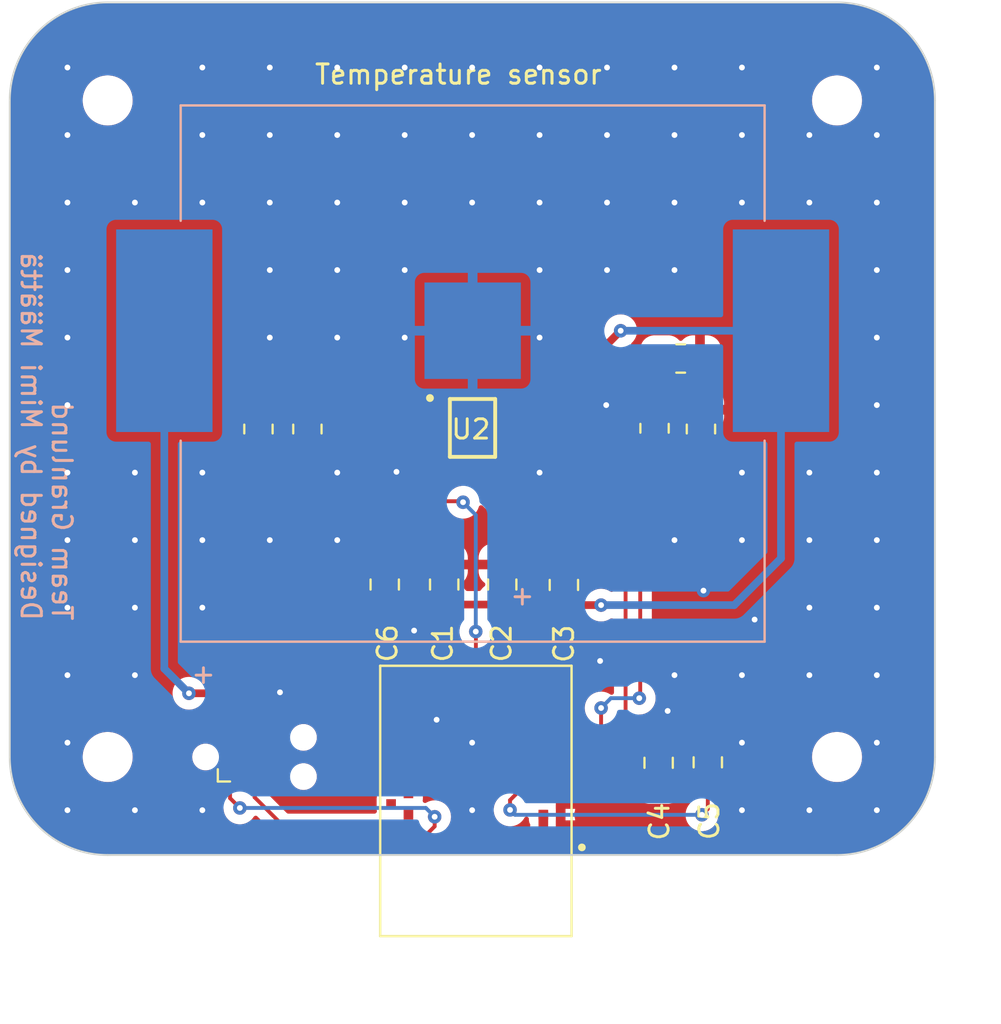
<source format=kicad_pcb>
(kicad_pcb (version 20221018) (generator pcbnew)
  (layers (0 "F.Cu" signal) (31 "B.Cu" signal) (34 "B.Paste" user) (35 "F.Paste" user) (36 "B.SilkS" user "B.Silkscreen") (37 "F.SilkS" user "F.Silkscreen") (38 "B.Mask" user) (39 "F.Mask" user) (44 "Edge.Cuts" user))
  (net 0 "")
  (net 1 "GND")
  (net 2 "VCC")
  (net 3 "Net-(U1-P0.26)")
  (net 4 "Net-(U1-P0.25)")
  (net 5 "Net-(U2-A0)")
  (net 6 "Net-(U2-A1)")
  (net 7 "Net-(U2-A2)")
  (net 8 "/SCL")
  (net 9 "/SDA")
  (net 10 "/SW_DIO")
  (net 11 "/SW_CLK")
  (net 12 "/RESET")
  (net 14 "/ALERT")
  (footprint "Capacitor_SMD:C_0805_2012Metric_Pad1.18x1.45mm_HandSolder" (layer "F.Cu") (at 146.7104 96.2152 90)
    (fp_text reference "C2" (at -3.048 -0.038 90) (layer "F.SilkS"))
    (fp_text value "1u")
    (fp_line (start -0.261252 -0.735) (end 0.261252 -0.735) (stroke (width 0.12)) (layer "F.SilkS"))
    (fp_line (start -0.261252 0.735) (end 0.261252 0.735) (stroke (width 0.12)) (layer "F.SilkS"))
    (pad "1" smd roundrect (at -1.0375 0 90) (size 1.175 1.45) (layers "F.Cu" "F.Paste" "F.Mask") (roundrect_rratio 0.2127659574) (net 2 "VCC"))
    (pad "2" smd roundrect (at 1.0375 0 90) (size 1.175 1.45) (layers "F.Cu" "F.Paste" "F.Mask") (roundrect_rratio 0.2127659574) (net 1 "GND"))
  )
  (footprint "Resistor_SMD:R_0805_2012Metric_Pad1.20x1.40mm_HandSolder" (layer "F.Cu") (at 157.0228 88.154 90)
    (fp_text reference "R8" hide)
    (fp_text value "4.7k" hide)
    (fp_line (start -0.227064 -0.735) (end 0.227064 -0.735) (stroke (width 0.12)) (layer "F.SilkS"))
    (fp_line (start -0.227064 0.735) (end 0.227064 0.735) (stroke (width 0.12)) (layer "F.SilkS"))
    (pad "1" smd roundrect (at -1 0 90) (size 1.2 1.4) (layers "F.Cu" "F.Paste" "F.Mask") (roundrect_rratio 0.2083333333) (net 7 "Net-(U2-A2)"))
    (pad "2" smd roundrect (at 1 0 90) (size 1.2 1.4) (layers "F.Cu" "F.Paste" "F.Mask") (roundrect_rratio 0.2083333333) (net 1 "GND"))
  )
  (footprint "Resistor_SMD:R_0805_2012Metric_Pad1.20x1.40mm_HandSolder" (layer "F.Cu") (at 155.972 84.4964)
    (fp_text reference "R6" hide)
    (fp_text value "4.7k" hide)
    (fp_line (start -0.227064 -0.735) (end 0.227064 -0.735) (stroke (width 0.12)) (layer "F.SilkS"))
    (fp_line (start -0.227064 0.735) (end 0.227064 0.735) (stroke (width 0.12)) (layer "F.SilkS"))
    (pad "1" smd roundrect (at -1 0) (size 1.2 1.4) (layers "F.Cu" "F.Paste" "F.Mask") (roundrect_rratio 0.2083333333) (net 5 "Net-(U2-A0)"))
    (pad "2" smd roundrect (at 1 0) (size 1.2 1.4) (layers "F.Cu" "F.Paste" "F.Mask") (roundrect_rratio 0.2083333333) (net 1 "GND"))
  )
  (footprint "Capacitor_SMD:C_0805_2012Metric_Pad1.18x1.45mm_HandSolder" (layer "F.Cu") (at 140.6144 96.2152 -90)
    (fp_text reference "C6" (at 3.048 -0.14 90) (layer "F.SilkS"))
    (fp_text value "1u")
    (fp_line (start -0.261252 -0.735) (end 0.261252 -0.735) (stroke (width 0.12)) (layer "F.SilkS"))
    (fp_line (start -0.261252 0.735) (end 0.261252 0.735) (stroke (width 0.12)) (layer "F.SilkS"))
    (pad "1" smd roundrect (at -1.0375 0 270) (size 1.175 1.45) (layers "F.Cu" "F.Paste" "F.Mask") (roundrect_rratio 0.2127659574) (net 1 "GND"))
    (pad "2" smd roundrect (at 1.0375 0 270) (size 1.175 1.45) (layers "F.Cu" "F.Paste" "F.Mask") (roundrect_rratio 0.2127659574) (net 2 "VCC"))
  )
  (footprint "Connector:Tag-Connect_TC2030-IDC-NL_2x03_P1.27mm_Vertical" (layer "F.Cu") (at 133.858 105.156)
    (fp_text reference "TC2" hide)
    (fp_text value "TC2030-IDC" hide)
    (fp_line (start -1.905 1.27) (end -1.905 0.635) (stroke (width 0.12)) (layer "F.SilkS"))
    (fp_line (start -1.27 1.27) (end -1.905 1.27) (stroke (width 0.12)) (layer "F.SilkS"))
    (pad "" np_thru_hole circle (at -2.54 0) (size 0.9906 0.9906) (drill 0.9906) (layers "*.Cu" "*.Mask"))
    (pad "" np_thru_hole circle (at 2.54 -1.016) (size 0.9906 0.9906) (drill 0.9906) (layers "*.Cu" "*.Mask"))
    (pad "" np_thru_hole circle (at 2.54 1.016) (size 0.9906 0.9906) (drill 0.9906) (layers "*.Cu" "*.Mask"))
    (pad "1" connect circle (at -1.27 0.635) (size 0.7874 0.7874) (layers "F.Cu" "F.Mask") (net 10 "/SW_DIO"))
    (pad "2" connect circle (at -1.27 -0.635) (size 0.7874 0.7874) (layers "F.Cu" "F.Mask") (net 2 "VCC"))
    (pad "3" connect circle (at 0 0.635) (size 0.7874 0.7874) (layers "F.Cu" "F.Mask") (net 11 "/SW_CLK"))
    (pad "4" connect circle (at 0 -0.635) (size 0.7874 0.7874) (layers "F.Cu" "F.Mask") (net 12 "/RESET"))
    (pad "5" connect circle (at 1.27 0.635) (size 0.7874 0.7874) (layers "F.Cu" "F.Mask"))
    (pad "6" connect circle (at 1.27 -0.635) (size 0.7874 0.7874) (layers "F.Cu" "F.Mask") (net 1 "GND"))
    (zone (net 0) (net_name "") (layer "F.Cu") (connect_pads (clearance 0)) (min_thickness 0.254)
      (keepout (tracks allowed) (vias not_allowed) (pads allowed) (copperpour not_allowed) (footprints not_allowed))
      (fill (thermal_gap 0.508) (thermal_bridge_width 0.508))
      (polygon (pts (xy 135.128 104.521) (xy 132.588 104.521) (xy 132.588 105.791) (xy 135.128 105.791)))
    )
  )
  (footprint "MountingHole:MountingHole_2.2mm_M2" (layer "F.Cu") (at 164.084 105.156)
    (fp_text reference "REF**" hide)
    (fp_text value "MountingHole_2.2mm_M2" hide)
    (pad "" np_thru_hole circle (at 0 0) (size 2.2 2.2) (drill 2.2) (layers "*.Cu" "*.Mask"))
  )
  (footprint "MountingHole:MountingHole_2.2mm_M2" (layer "F.Cu") (at 126.238 71.12)
    (fp_text reference "REF**" hide)
    (fp_text value "MountingHole_2.2mm_M2" hide)
    (pad "" np_thru_hole circle (at 0 0) (size 2.2 2.2) (drill 2.2) (layers "*.Cu" "*.Mask"))
  )
  (footprint "Resistor_SMD:R_0805_2012Metric_Pad1.20x1.40mm_HandSolder" (layer "F.Cu") (at 134.0612 88.154 90)
    (fp_text reference "R9" hide)
    (fp_text value "4.7k" hide)
    (fp_line (start -0.227064 -0.735) (end 0.227064 -0.735) (stroke (width 0.12)) (layer "F.SilkS"))
    (fp_line (start -0.227064 0.735) (end 0.227064 0.735) (stroke (width 0.12)) (layer "F.SilkS"))
    (pad "1" smd roundrect (at -1 0 90) (size 1.2 1.4) (layers "F.Cu" "F.Paste" "F.Mask") (roundrect_rratio 0.2083333333) (net 2 "VCC"))
    (pad "2" smd roundrect (at 1 0 90) (size 1.2 1.4) (layers "F.Cu" "F.Paste" "F.Mask") (roundrect_rratio 0.2083333333) (net 8 "/SCL"))
  )
  (footprint "Capacitor_SMD:C_0805_2012Metric_Pad1.18x1.45mm_HandSolder" (layer "F.Cu") (at 154.827495 105.456509 90)
    (fp_text reference "C4" (at -3.048 0.038 90) (layer "F.SilkS"))
    (fp_text value "12p")
    (fp_line (start -0.261252 -0.735) (end 0.261252 -0.735) (stroke (width 0.12)) (layer "F.SilkS"))
    (fp_line (start -0.261252 0.735) (end 0.261252 0.735) (stroke (width 0.12)) (layer "F.SilkS"))
    (pad "1" smd roundrect (at -1.0375 0 90) (size 1.175 1.45) (layers "F.Cu" "F.Paste" "F.Mask") (roundrect_rratio 0.2127659574) (net 3 "Net-(U1-P0.26)"))
    (pad "2" smd roundrect (at 1.0375 0 90) (size 1.175 1.45) (layers "F.Cu" "F.Paste" "F.Mask") (roundrect_rratio 0.2127659574) (net 1 "GND"))
  )
  (footprint "Capacitor_SMD:C_0805_2012Metric_Pad1.18x1.45mm_HandSolder" (layer "F.Cu") (at 143.7004 96.2152 90)
    (fp_text reference "C1" (at -3.048 -0.076 90) (layer "F.SilkS"))
    (fp_text value "10u")
    (fp_line (start -0.261252 -0.735) (end 0.261252 -0.735) (stroke (width 0.12)) (layer "F.SilkS"))
    (fp_line (start -0.261252 0.735) (end 0.261252 0.735) (stroke (width 0.12)) (layer "F.SilkS"))
    (pad "1" smd roundrect (at -1.0375 0 90) (size 1.175 1.45) (layers "F.Cu" "F.Paste" "F.Mask") (roundrect_rratio 0.2127659574) (net 2 "VCC"))
    (pad "2" smd roundrect (at 1.0375 0 90) (size 1.175 1.45) (layers "F.Cu" "F.Paste" "F.Mask") (roundrect_rratio 0.2127659574) (net 1 "GND"))
  )
  (footprint "Capacitor_SMD:C_0805_2012Metric_Pad1.18x1.45mm_HandSolder" (layer "F.Cu") (at 149.9108 96.2367 90)
    (fp_text reference "C3" (at -3.048 0 90) (layer "F.SilkS"))
    (fp_text value "100n")
    (fp_line (start -0.261252 -0.735) (end 0.261252 -0.735) (stroke (width 0.12)) (layer "F.SilkS"))
    (fp_line (start -0.261252 0.735) (end 0.261252 0.735) (stroke (width 0.12)) (layer "F.SilkS"))
    (pad "1" smd roundrect (at -1.0375 0 90) (size 1.175 1.45) (layers "F.Cu" "F.Paste" "F.Mask") (roundrect_rratio 0.2127659574) (net 2 "VCC"))
    (pad "2" smd roundrect (at 1.0375 0 90) (size 1.175 1.45) (layers "F.Cu" "F.Paste" "F.Mask") (roundrect_rratio 0.2127659574) (net 1 "GND"))
  )
  (footprint "Resistor_SMD:R_0805_2012Metric_Pad1.20x1.40mm_HandSolder" (layer "F.Cu") (at 136.6012 88.154 90)
    (fp_text reference "R10" hide)
    (fp_text value "4.7K" hide)
    (fp_line (start -0.227064 -0.735) (end 0.227064 -0.735) (stroke (width 0.12)) (layer "F.SilkS"))
    (fp_line (start -0.227064 0.735) (end 0.227064 0.735) (stroke (width 0.12)) (layer "F.SilkS"))
    (pad "1" smd roundrect (at -1 0 90) (size 1.2 1.4) (layers "F.Cu" "F.Paste" "F.Mask") (roundrect_rratio 0.2083333333) (net 2 "VCC"))
    (pad "2" smd roundrect (at 1 0 90) (size 1.2 1.4) (layers "F.Cu" "F.Paste" "F.Mask") (roundrect_rratio 0.2083333333) (net 9 "/SDA"))
  )
  (footprint "Temp_sensor_MCP9808T:SOP65P490X110-8N" (layer "F.Cu") (at 145.1708 88.097)
    (fp_text reference "U2" (at -0.086 0.071) (layer "F.SilkS") (effects (font (size 1.001764 1.001764))))
    (fp_text value "MCP9808T-E/MS" hide)
    (fp_line (start -1.175 -1.5) (end -1.175 1.5) (stroke (width 0.2)) (layer "F.SilkS"))
    (fp_line (start -1.175 1.5) (end 1.175 1.5) (stroke (width 0.2)) (layer "F.SilkS"))
    (fp_line (start 1.175 -1.5) (end -1.175 -1.5) (stroke (width 0.2)) (layer "F.SilkS"))
    (fp_line (start 1.175 1.5) (end 1.175 -1.5) (stroke (width 0.2)) (layer "F.SilkS"))
    (fp_circle (center -2.23 -1.57) (end -2.193947 -1.57) (stroke (width 0.05)) (fill none) (layer "F.SilkS"))
    (fp_circle (center -2.21 -1.55) (end -2.151691 -1.55) (stroke (width 0.05)) (fill none) (layer "F.SilkS"))
    (fp_circle (center -2.21 -1.55) (end -2.142919 -1.55) (stroke (width 0.05)) (fill none) (layer "F.SilkS"))
    (fp_circle (center -2.21 -1.55) (end -2.120559 -1.55) (stroke (width 0.05)) (fill none) (layer "F.SilkS"))
    (fp_circle (center -2.21 -1.55) (end -2.101834 -1.55) (stroke (width 0.05)) (fill none) (layer "F.SilkS"))
    (fp_circle (center -2.21 -1.55) (end -2.068581 -1.55) (stroke (width 0.05)) (fill none) (layer "F.SilkS"))
    (fp_circle (center -2.21 -1.55) (end -2.031956 -1.55) (stroke (width 0.05)) (fill none) (layer "F.SilkS"))
    (fp_circle (center -2.2 -1.54) (end -2.16 -1.54) (stroke (width 0.05)) (fill none) (layer "F.SilkS"))
    (pad "1" smd rect (at -2.2 -0.975) (size 1.4 0.45) (layers "F.Cu" "F.Paste" "F.Mask") (net 8 "/SCL"))
    (pad "2" smd rect (at -2.2 -0.325) (size 1.4 0.45) (layers "F.Cu" "F.Paste" "F.Mask") (net 9 "/SDA"))
    (pad "3" smd rect (at -2.2 0.325) (size 1.4 0.45) (layers "F.Cu" "F.Paste" "F.Mask") (net 14 "/ALERT"))
    (pad "4" smd rect (at -2.2 0.975) (size 1.4 0.45) (layers "F.Cu" "F.Paste" "F.Mask") (net 1 "GND"))
    (pad "5" smd rect (at 2.2 0.975 180) (size 1.4 0.45) (layers "F.Cu" "F.Paste" "F.Mask") (net 7 "Net-(U2-A2)"))
    (pad "6" smd rect (at 2.2 0.325 180) (size 1.4 0.45) (layers "F.Cu" "F.Paste" "F.Mask") (net 6 "Net-(U2-A1)"))
    (pad "7" smd rect (at 2.2 -0.325 180) (size 1.4 0.45) (layers "F.Cu" "F.Paste" "F.Mask") (net 5 "Net-(U2-A0)"))
    (pad "8" smd rect (at 2.2 -0.975 180) (size 1.4 0.45) (layers "F.Cu" "F.Paste" "F.Mask") (net 2 "VCC"))
  )
  (footprint "Resistor_SMD:R_0805_2012Metric_Pad1.20x1.40mm_HandSolder" (layer "F.Cu") (at 154.615268 88.115055 90)
    (fp_text reference "R7" hide)
    (fp_text value "4.7k" hide)
    (fp_line (start -0.227064 -0.735) (end 0.227064 -0.735) (stroke (width 0.12)) (layer "F.SilkS"))
    (fp_line (start -0.227064 0.735) (end 0.227064 0.735) (stroke (width 0.12)) (layer "F.SilkS"))
    (pad "1" smd roundrect (at -1 0 90) (size 1.2 1.4) (layers "F.Cu" "F.Paste" "F.Mask") (roundrect_rratio 0.2083333333) (net 6 "Net-(U2-A1)"))
    (pad "2" smd roundrect (at 1 0 90) (size 1.2 1.4) (layers "F.Cu" "F.Paste" "F.Mask") (roundrect_rratio 0.2083333333) (net 1 "GND"))
  )
  (footprint "MountingHole:MountingHole_2.2mm_M2" (layer "F.Cu") (at 126.238 105.156)
    (fp_text reference "REF**" hide)
    (fp_text value "MountingHole_2.2mm_M2" hide)
    (pad "" np_thru_hole circle (at 0 0) (size 2.2 2.2) (drill 2.2) (layers "*.Cu" "*.Mask"))
  )
  (footprint "MountingHole:MountingHole_2.2mm_M2" (layer "F.Cu") (at 164.084 71.12)
    (fp_text reference "REF**" hide)
    (fp_text value "MountingHole_2.2mm_M2" hide)
    (pad "" np_thru_hole circle (at 0 0) (size 2.2 2.2) (drill 2.2) (layers "*.Cu" "*.Mask"))
  )
  (footprint "Capacitor_SMD:C_0805_2012Metric_Pad1.18x1.45mm_HandSolder" (layer "F.Cu") (at 157.3784 105.4315 90)
    (fp_text reference "C5" (at -3.048 0.076 90) (layer "F.SilkS"))
    (fp_text value "12p")
    (fp_line (start -0.261252 -0.735) (end 0.261252 -0.735) (stroke (width 0.12)) (layer "F.SilkS"))
    (fp_line (start -0.261252 0.735) (end 0.261252 0.735) (stroke (width 0.12)) (layer "F.SilkS"))
    (pad "1" smd roundrect (at -1.0375 0 90) (size 1.175 1.45) (layers "F.Cu" "F.Paste" "F.Mask") (roundrect_rratio 0.2127659574) (net 4 "Net-(U1-P0.25)"))
    (pad "2" smd roundrect (at 1.0375 0 90) (size 1.175 1.45) (layers "F.Cu" "F.Paste" "F.Mask") (roundrect_rratio 0.2127659574) (net 1 "GND"))
  )
  (footprint "BMD-301-A-R:BMD-301-A-R" (layer "F.Cu") (at 145.344 107.442 180)
    (fp_text reference "U1" hide)
    (fp_text value "BMD-301-A-R" hide)
    (fp_line (start -4.965 -7) (end 4.965 -7) (stroke (width 0.127)) (layer "F.SilkS"))
    (fp_line (start -4.965 7.015) (end -4.965 -7) (stroke (width 0.127)) (layer "F.SilkS"))
    (fp_line (start 4.965 -7) (end 4.965 7.015) (stroke (width 0.127)) (layer "F.SilkS"))
    (fp_line (start 4.965 7.015) (end -4.965 7.015) (stroke (width 0.127)) (layer "F.SilkS"))
    (fp_circle (center -5.5 -2.4) (end -5.4 -2.4) (stroke (width 0.2)) (fill none) (layer "F.SilkS"))
    (pad "1" smd rect (at -4.4 -2.35 90) (size 0.5 0.5) (layers "F.Cu" "F.Paste" "F.Mask") (net 1 "GND"))
    (pad "2" smd rect (at -3.5 -1.8 90) (size 0.5 0.5) (layers "F.Cu" "F.Paste" "F.Mask") (net 1 "GND"))
    (pad "3" smd rect (at -4.4 -1.25 90) (size 0.5 0.5) (layers "F.Cu" "F.Paste" "F.Mask") (net 1 "GND"))
    (pad "4" smd rect (at -3.5 -0.7 90) (size 0.5 0.5) (layers "F.Cu" "F.Paste" "F.Mask") (net 1 "GND"))
    (pad "5" smd rect (at -4.4 -0.15 90) (size 0.5 0.5) (layers "F.Cu" "F.Paste" "F.Mask") (net 1 "GND"))
    (pad "6" smd rect (at -3.5 0.4 90) (size 0.5 0.5) (layers "F.Cu" "F.Paste" "F.Mask") (net 4 "Net-(U1-P0.25)"))
    (pad "7" smd rect (at -4.4 0.95 90) (size 0.5 0.5) (layers "F.Cu" "F.Paste" "F.Mask") (net 3 "Net-(U1-P0.26)"))
    (pad "8" smd rect (at -3.5 1.5 90) (size 0.5 0.5) (layers "F.Cu" "F.Paste" "F.Mask"))
    (pad "9" smd rect (at -4.4 2.05 90) (size 0.5 0.5) (layers "F.Cu" "F.Paste" "F.Mask") (net 9 "/SDA"))
    (pad "10" smd rect (at -3.5 2.6 90) (size 0.5 0.5) (layers "F.Cu" "F.Paste" "F.Mask"))
    (pad "11" smd rect (at -4.4 3.15 90) (size 0.5 0.5) (layers "F.Cu" "F.Paste" "F.Mask") (net 8 "/SCL"))
    (pad "12" smd rect (at -3.5 3.7 90) (size 0.5 0.5) (layers "F.Cu" "F.Paste" "F.Mask"))
    (pad "13" smd rect (at -4.4 4.25 90) (size 0.5 0.5) (layers "F.Cu" "F.Paste" "F.Mask"))
    (pad "14" smd rect (at -3.5 4.8 90) (size 0.5 0.5) (layers "F.Cu" "F.Paste" "F.Mask"))
    (pad "15" smd rect (at -4.4 5.35 90) (size 0.5 0.5) (layers "F.Cu" "F.Paste" "F.Mask"))
    (pad "16" smd rect (at -4.4 6.45 90) (size 0.5 0.5) (layers "F.Cu" "F.Paste" "F.Mask") (net 1 "GND"))
    (pad "17" smd rect (at -3.3 6.45 90) (size 0.5 0.5) (layers "F.Cu" "F.Paste" "F.Mask") (net 2 "VCC"))
    (pad "18" smd rect (at -2.75 5.55 90) (size 0.5 0.5) (layers "F.Cu" "F.Paste" "F.Mask") (net 1 "GND"))
    (pad "19" smd rect (at -2.2 6.45 90) (size 0.5 0.5) (layers "F.Cu" "F.Paste" "F.Mask"))
    (pad "20" smd rect (at -1.65 5.55 90) (size 0.5 0.5) (layers "F.Cu" "F.Paste" "F.Mask"))
    (pad "21" smd rect (at -1.1 6.45 90) (size 0.5 0.5) (layers "F.Cu" "F.Paste" "F.Mask"))
    (pad "22" smd rect (at -0.55 5.55 90) (size 0.5 0.5) (layers "F.Cu" "F.Paste" "F.Mask"))
    (pad "23" smd rect (at 0 6.45 90) (size 0.5 0.5) (layers "F.Cu" "F.Paste" "F.Mask") (net 14 "/ALERT"))
    (pad "24" smd rect (at 0.55 5.55 90) (size 0.5 0.5) (layers "F.Cu" "F.Paste" "F.Mask"))
    (pad "25" smd rect (at 1.1 6.45 90) (size 0.5 0.5) (layers "F.Cu" "F.Paste" "F.Mask"))
    (pad "26" smd rect (at 1.65 5.55 90) (size 0.5 0.5) (layers "F.Cu" "F.Paste" "F.Mask"))
    (pad "27" smd rect (at 2.2 6.45 90) (size 0.5 0.5) (layers "F.Cu" "F.Paste" "F.Mask"))
    (pad "28" smd rect (at 2.75 5.55 90) (size 0.5 0.5) (layers "F.Cu" "F.Paste" "F.Mask"))
    (pad "29" smd rect (at 3.3 6.45 90) (size 0.5 0.5) (layers "F.Cu" "F.Paste" "F.Mask") (net 1 "GND"))
    (pad "30" smd rect (at 4.4 6.45 90) (size 0.5 0.5) (layers "F.Cu" "F.Paste" "F.Mask") (net 1 "GND"))
    (pad "31" smd rect (at 4.4 5.35 90) (size 0.5 0.5) (layers "F.Cu" "F.Paste" "F.Mask"))
    (pad "32" smd rect (at 3.5 4.8 90) (size 0.5 0.5) (layers "F.Cu" "F.Paste" "F.Mask"))
    (pad "33" smd rect (at 4.4 4.25 90) (size 0.5 0.5) (layers "F.Cu" "F.Paste" "F.Mask"))
    (pad "34" smd rect (at 3.5 3.7 90) (size 0.5 0.5) (layers "F.Cu" "F.Paste" "F.Mask"))
    (pad "35" smd rect (at 4.4 3.15 90) (size 0.5 0.5) (layers "F.Cu" "F.Paste" "F.Mask"))
    (pad "36" smd rect (at 3.5 2.6 90) (size 0.5 0.5) (layers "F.Cu" "F.Paste" "F.Mask"))
    (pad "37" smd rect (at 4.4 2.05 90) (size 0.5 0.5) (layers "F.Cu" "F.Paste" "F.Mask"))
    (pad "38" smd rect (at 3.5 1.5 90) (size 0.5 0.5) (layers "F.Cu" "F.Paste" "F.Mask"))
    (pad "39" smd rect (at 4.4 0.95 90) (size 0.5 0.5) (layers "F.Cu" "F.Paste" "F.Mask") (net 12 "/RESET"))
    (pad "40" smd rect (at 3.5 0.4 90) (size 0.5 0.5) (layers "F.Cu" "F.Paste" "F.Mask"))
    (pad "41" smd rect (at 4.4 -0.15 90) (size 0.5 0.5) (layers "F.Cu" "F.Paste" "F.Mask"))
    (pad "42" smd rect (at 3.5 -0.7 90) (size 0.5 0.5) (layers "F.Cu" "F.Paste" "F.Mask"))
    (pad "43" smd rect (at 4.4 -1.25 90) (size 0.5 0.5) (layers "F.Cu" "F.Paste" "F.Mask") (net 11 "/SW_CLK"))
    (pad "44" smd rect (at 3.5 -1.8 90) (size 0.5 0.5) (layers "F.Cu" "F.Paste" "F.Mask") (net 10 "/SW_DIO"))
    (pad "45" smd rect (at 4.4 -2.35 90) (size 0.5 0.5) (layers "F.Cu" "F.Paste" "F.Mask") (net 1 "GND"))
    (pad "46" smd rect (at 1.65 -2.35 90) (size 0.5 0.5) (layers "F.Cu" "F.Paste" "F.Mask") (net 1 "GND"))
    (pad "47" smd rect (at -1.65 -2.35 90) (size 0.5 0.5) (layers "F.Cu" "F.Paste" "F.Mask") (net 1 "GND"))
    (zone (net 0) (net_name "") (layer "F.Cu") (connect_pads (clearance 0)) (min_thickness 0.01)
      (keepout (tracks not_allowed) (vias not_allowed) (pads not_allowed) (copperpour not_allowed) (footprints allowed))
      (fill (thermal_gap 0.508) (thermal_bridge_width 0.508))
      (polygon (pts (xy 150.274 114.442) (xy 140.374 114.442) (xy 140.374 110.052) (xy 150.274 110.052)))
    )
  )
  (footprint "CR2477-clip:BAT_BRX1-2477-SM" (layer "B.Cu") (at 145.1765 83.058 180)
    (fp_text reference "BT2" hide)
    (fp_text value "BRX1-2477-SM" hide)
    (fp_text user "+" (at 13.97 -17.78) (layer "B.SilkS") (effects (justify mirror)))
    (fp_text user "+" (at -2.5784 -13.716) (layer "B.SilkS") (effects (justify mirror)))
    (fp_line (start -15.15 -16.12) (end 15.15 -16.12) (stroke (width 0.127)) (layer "B.SilkS"))
    (fp_line (start -15.15 -5.7) (end -15.15 -16.12) (stroke (width 0.127)) (layer "B.SilkS"))
    (fp_line (start -15.15 11.68) (end -15.15 5.7) (stroke (width 0.127)) (layer "B.SilkS"))
    (fp_line (start 15.15 -16.12) (end 15.15 -5.7) (stroke (width 0.127)) (layer "B.SilkS"))
    (fp_line (start 15.15 5.7) (end 15.15 11.68) (stroke (width 0.127)) (layer "B.SilkS"))
    (fp_line (start 15.15 11.68) (end -15.15 11.68) (stroke (width 0.127)) (layer "B.SilkS"))
    (pad "-" smd rect (at 0 0 180) (size 5 5) (layers "B.Cu" "B.Mask") (net 1 "GND"))
    (pad "1+" smd rect (at -16 0 180) (size 5 10.5) (layers "B.Cu" "B.Paste" "B.Mask") (net 2 "VCC"))
    (pad "2+" smd rect (at 16 0 180) (size 5 10.5) (layers "B.Cu" "B.Paste" "B.Mask") (net 2 "VCC"))
  )
  (gr_line (start 121.158 71.12) (end 121.158 105.156) (stroke (width 0.1)) (layer "Edge.Cuts"))
  (gr_line (start 126.238 110.236) (end 164.084 110.236) (stroke (width 0.1)) (layer "Edge.Cuts"))
  (gr_arc (start 169.164 105.156) (mid 167.676102 108.748102) (end 164.084 110.236) (stroke (width 0.1)) (layer "Edge.Cuts"))
  (gr_line (start 169.164 71.12) (end 169.164 105.156) (stroke (width 0.1)) (layer "Edge.Cuts"))
  (gr_arc (start 164.084 66.04) (mid 167.676102 67.527898) (end 169.164 71.12) (stroke (width 0.1)) (layer "Edge.Cuts"))
  (gr_line (start 126.238 66.04) (end 164.084 66.04) (stroke (width 0.1)) (layer "Edge.Cuts"))
  (gr_arc (start 126.238 110.236) (mid 122.645898 108.748102) (end 121.158 105.156) (stroke (width 0.1)) (layer "Edge.Cuts"))
  (gr_arc (start 121.158 71.12) (mid 122.645898 67.527898) (end 126.238 66.04) (stroke (width 0.1)) (layer "Edge.Cuts"))
  (gr_text "Team Granlund\nDesigned by Mimi Määttä" (at 121.666 98.171 270) (layer "B.SilkS") (effects (font (size 1 1) (thickness 0.155)) (justify left bottom mirror)))
  (gr_text "Temperature sensor\n" (at 136.906 70.358) (layer "F.SilkS") (effects (font (size 1 1) (thickness 0.155)) (justify left bottom)))
  (segment (start 154.827495 104.419009) (end 157.353391 104.419009) (width 0.2) (layer "F.Cu") (net 1))
  (segment (start 147.3708 103.0732) (end 145.8468 103.0732) (width 0.2) (layer "F.Cu") (net 1))
  (segment (start 145.15 103.77) (end 145.8468 103.0732) (width 0.2) (layer "F.Cu") (net 1))
  (segment (start 148.094 101.892) (end 148.094 102.35) (width 0.2) (layer "F.Cu") (net 1))
  (segment (start 141.5092 89.072) (end 141.224 89.3572) (width 0.2) (layer "F.Cu") (net 1))
  (segment (start 145.15 104.413) (end 145.15 103.77) (width 0.2) (layer "F.Cu") (net 1))
  (segment (start 148.094 102.35) (end 147.3708 103.0732) (width 0.2) (layer "F.Cu") (net 1))
  (segment (start 141.224 89.3572) (end 141.224 90.3732) (width 0.2) (layer "F.Cu") (net 1))
  (segment (start 135.128 101.854) (end 135.128 104.521) (width 0.2) (layer "F.Cu") (net 1))
  (segment (start 142.9708 89.072) (end 141.5092 89.072) (width 0.2) (layer "F.Cu") (net 1))
  (segment (start 157.353391 104.419009) (end 157.3784 104.394) (width 0.2) (layer "F.Cu") (net 1))
  (segment (start 135.1788 101.8032) (end 135.128 101.854) (width 0.2) (layer "F.Cu") (net 1))
  (via (at 124.15 107.913) (size 0.7) (drill 0.3) (layers "F.Cu" "B.Cu") (net 1))
  (via (at 162.65 97.413) (size 0.7) (drill 0.3) (layers "F.Cu" "B.Cu") (net 1))
  (via (at 166.15 83.413) (size 0.7) (drill 0.3) (layers "F.Cu" "B.Cu") (net 1))
  (via (at 152.15 69.413) (size 0.7) (drill 0.3) (layers "F.Cu" "B.Cu") (net 1))
  (via (at 131.15 97.413) (size 0.7) (drill 0.3) (layers "F.Cu" "B.Cu") (net 1))
  (via (at 148.65 83.413) (size 0.7) (drill 0.3) (layers "F.Cu" "B.Cu") (net 1))
  (via (at 151.7904 100.1776) (size 0.7) (drill 0.3) (layers "F.Cu" "B.Cu") (net 1))
  (via (at 166.15 69.413) (size 0.7) (drill 0.3) (layers "F.Cu" "B.Cu") (net 1))
  (via (at 134.65 93.913) (size 0.7) (drill 0.3) (layers "F.Cu" "B.Cu") (net 1))
  (via (at 155.65 69.413) (size 0.7) (drill 0.3) (layers "F.Cu" "B.Cu") (net 1))
  (via (at 166.15 90.413) (size 0.7) (drill 0.3) (layers "F.Cu" "B.Cu") (net 1))
  (via (at 159.15 93.913) (size 0.7) (drill 0.3) (layers "F.Cu" "B.Cu") (net 1))
  (via (at 131.15 107.913) (size 0.7) (drill 0.3) (layers "F.Cu" "B.Cu") (net 1))
  (via (at 141.224 90.3732) (size 0.7) (drill 0.3) (layers "F.Cu" "B.Cu") (net 1))
  (via (at 141.65 79.913) (size 0.7) (drill 0.3) (layers "F.Cu" "B.Cu") (net 1))
  (via (at 166.15 107.913) (size 0.7) (drill 0.3) (layers "F.Cu" "B.Cu") (net 1))
  (via (at 166.15 76.413) (size 0.7) (drill 0.3) (layers "F.Cu" "B.Cu") (net 1))
  (via (at 134.65 83.413) (size 0.7) (drill 0.3) (layers "F.Cu" "B.Cu") (net 1))
  (via (at 138.15 83.413) (size 0.7) (drill 0.3) (layers "F.Cu" "B.Cu") (net 1))
  (via (at 131.15 90.413) (size 0.7) (drill 0.3) (layers "F.Cu" "B.Cu") (net 1))
  (via (at 155.65 76.413) (size 0.7) (drill 0.3) (layers "F.Cu" "B.Cu") (net 1))
  (via (at 138.15 79.913) (size 0.7) (drill 0.3) (layers "F.Cu" "B.Cu") (net 1))
  (via (at 131.15 69.413) (size 0.7) (drill 0.3) (layers "F.Cu" "B.Cu") (net 1))
  (via (at 124.15 69.413) (size 0.7) (drill 0.3) (layers "F.Cu" "B.Cu") (net 1))
  (via (at 162.65 90.413) (size 0.7) (drill 0.3) (layers "F.Cu" "B.Cu") (net 1))
  (via (at 162.65 100.913) (size 0.7) (drill 0.3) (layers "F.Cu" "B.Cu") (net 1))
  (via (at 124.15 97.413) (size 0.7) (drill 0.3) (layers "F.Cu" "B.Cu") (net 1))
  (via (at 124.15 86.913) (size 0.7) (drill 0.3) (layers "F.Cu" "B.Cu") (net 1))
  (via (at 141.65 69.413) (size 0.7) (drill 0.3) (layers "F.Cu" "B.Cu") (net 1))
  (via (at 157.154004 96.532) (size 0.7) (drill 0.3) (layers "F.Cu" "B.Cu") (net 1))
  (via (at 145.15 69.413) (size 0.7) (drill 0.3) (layers "F.Cu" "B.Cu") (net 1))
  (via (at 145.15 72.913) (size 0.7) (drill 0.3) (layers "F.Cu" "B.Cu") (net 1))
  (via (at 135.1788 101.8032) (size 0.7) (drill 0.3) (layers "F.Cu" "B.Cu") (net 1))
  (via (at 145.15 104.413) (size 0.7) (drill 0.3) (layers "F.Cu" "B.Cu") (net 1))
  (via (at 148.65 90.413) (size 0.7) (drill 0.3) (layers "F.Cu" "B.Cu") (net 1))
  (via (at 155.65 79.913) (size 0.7) (drill 0.3) (layers "F.Cu" "B.Cu") (net 1))
  (via (at 127.65 107.913) (size 0.7) (drill 0.3) (layers "F.Cu" "B.Cu") (net 1))
  (via (at 159.15 100.913) (size 0.7) (drill 0.3) (layers "F.Cu" "B.Cu") (net 1))
  (via (at 166.15 72.913) (size 0.7) (drill 0.3) (layers "F.Cu" "B.Cu") (net 1))
  (via (at 155.65 93.913) (size 0.7) (drill 0.3) (layers "F.Cu" "B.Cu") (net 1))
  (via (at 138.15 90.413) (size 0.7) (drill 0.3) (layers "F.Cu" "B.Cu") (net 1))
  (via (at 143.3068 103.2256) (size 0.7) (drill 0.3) (layers "F.Cu" "B.Cu") (net 1))
  (via (at 127.65 90.413) (size 0.7) (drill 0.3) (layers "F.Cu" "B.Cu") (net 1))
  (via (at 148.65 72.913) (size 0.7) (drill 0.3) (layers "F.Cu" "B.Cu") (net 1))
  (via (at 148.65 79.913) (size 0.7) (drill 0.3) (layers "F.Cu" "B.Cu") (net 1))
  (via (at 145.15 107.913) (size 0.7) (drill 0.3) (layers "F.Cu" "B.Cu") (net 1))
  (via (at 131.15 93.913) (size 0.7) (drill 0.3) (layers "F.Cu" "B.Cu") (net 1))
  (via (at 162.65 76.413) (size 0.7) (drill 0.3) (layers "F.Cu" "B.Cu") (net 1))
  (via (at 166.15 86.913) (size 0.7) (drill 0.3) (layers "F.Cu" "B.Cu") (net 1))
  (via (at 141.65 72.913) (size 0.7) (drill 0.3) (layers "F.Cu" "B.Cu") (net 1))
  (via (at 159.15 69.413) (size 0.7) (drill 0.3) (layers "F.Cu" "B.Cu") (net 1))
  (via (at 159.15 107.913) (size 0.7) (drill 0.3) (layers "F.Cu" "B.Cu") (net 1))
  (via (at 138.15 93.913) (size 0.7) (drill 0.3) (layers "F.Cu" "B.Cu") (net 1))
  (via (at 127.65 97.413) (size 0.7) (drill 0.3) (layers "F.Cu" "B.Cu") (net 1))
  (via (at 127.65 100.913) (size 0.7) (drill 0.3) (layers "F.Cu" "B.Cu") (net 1))
  (via (at 166.15 97.413) (size 0.7) (drill 0.3) (layers "F.Cu" "B.Cu") (net 1))
  (via (at 124.15 90.413) (size 0.7) (drill 0.3) (layers "F.Cu" "B.Cu") (net 1))
  (via (at 138.15 76.413) (size 0.7) (drill 0.3) (layers "F.Cu" "B.Cu") (net 1))
  (via (at 152.15 76.413) (size 0.7) (drill 0.3) (layers "F.Cu" "B.Cu") (net 1))
  (via (at 155.65 100.913) (size 0.7) (drill 0.3) (layers "F.Cu" "B.Cu") (net 1))
  (via (at 134.65 79.913) (size 0.7) (drill 0.3) (layers "F.Cu" "B.Cu") (net 1))
  (via (at 155.2956 102.7684) (size 0.7) (drill 0.3) (layers "F.Cu" "B.Cu") (net 1))
  (via (at 159.15 72.913) (size 0.7) (drill 0.3) (layers "F.Cu" "B.Cu") (net 1))
  (via (at 152.15 72.913) (size 0.7) (drill 0.3) (layers "F.Cu" "B.Cu") (net 1))
  (via (at 131.15 76.413) (size 0.7) (drill 0.3) (layers "F.Cu" "B.Cu") (net 1))
  (via (at 124.15 104.413) (size 0.7) (drill 0.3) (layers "F.Cu" "B.Cu") (net 1))
  (via (at 127.65 76.413) (size 0.7) (drill 0.3) (layers "F.Cu" "B.Cu") (net 1))
  (via (at 159.15 104.413) (size 0.7) (drill 0.3) (layers "F.Cu" "B.Cu") (net 1))
  (via (at 141.65 83.413) (size 0.7) (drill 0.3) (layers "F.Cu" "B.Cu") (net 1))
  (via (at 124.15 100.913) (size 0.7) (drill 0.3) (layers "F.Cu" "B.Cu") (net 1))
  (via (at 166.15 93.913) (size 0.7) (drill 0.3) (layers "F.Cu" "B.Cu") (net 1))
  (via (at 141.65 76.413) (size 0.7) (drill 0.3) (layers "F.Cu" "B.Cu") (net 1))
  (via (at 148.65 76.413) (size 0.7) (drill 0.3) (layers "F.Cu" "B.Cu") (net 1))
  (via (at 159.807914 98.032) (size 0.7) (drill 0.3) (layers "F.Cu" "B.Cu") (net 1))
  (via (at 152.1072 86.913) (size 0.7) (drill 0.3) (layers "F.Cu" "B.Cu") (net 1))
  (via (at 166.15 79.913) (size 0.7) (drill 0.3) (layers "F.Cu" "B.Cu") (net 1))
  (via (at 131.15 72.913) (size 0.7) (drill 0.3) (layers "F.Cu" "B.Cu") (net 1))
  (via (at 148.65 69.413) (size 0.7) (drill 0.3) (layers "F.Cu" "B.Cu") (net 1))
  (via (at 159.15 90.413) (size 0.7) (drill 0.3) (layers "F.Cu" "B.Cu") (net 1))
  (via (at 134.65 72.913) (size 0.7) (drill 0.3) (layers "F.Cu" "B.Cu") (net 1))
  (via (at 127.65 93.913) (size 0.7) (drill 0.3) (layers "F.Cu" "B.Cu") (net 1))
  (via (at 152.15 79.913) (size 0.7) (drill 0.3) (layers "F.Cu" "B.Cu") (net 1))
  (via (at 162.65 72.913) (size 0.7) (drill 0.3) (layers "F.Cu" "B.Cu") (net 1))
  (via (at 134.65 76.413) (size 0.7) (drill 0.3) (layers "F.Cu" "B.Cu") (net 1))
  (via (at 166.15 104.413) (size 0.7) (drill 0.3) (layers "F.Cu" "B.Cu") (net 1))
  (via (at 124.15 76.413) (size 0.7) (drill 0.3) (layers "F.Cu" "B.Cu") (net 1))
  (via (at 155.65 72.913) (size 0.7) (drill 0.3) (layers "F.Cu" "B.Cu") (net 1))
  (via (at 124.15 93.913) (size 0.7) (drill 0.3) (layers "F.Cu" "B.Cu") (net 1))
  (via (at 142.1384 98.6028) (size 0.7) (drill 0.3) (layers "F.Cu" "B.Cu") (net 1))
  (via (at 166.15 100.913) (size 0.7) (drill 0.3) (layers "F.Cu" "B.Cu") (net 1))
  (via (at 162.65 107.913) (size 0.7) (drill 0.3) (layers "F.Cu" "B.Cu") (net 1))
  (via (at 124.15 79.913) (size 0.7) (drill 0.3) (layers "F.Cu" "B.Cu") (net 1))
  (via (at 124.15 83.413) (size 0.7) (drill 0.3) (layers "F.Cu" "B.Cu") (net 1))
  (via (at 162.65 93.913) (size 0.7) (drill 0.3) (layers "F.Cu" "B.Cu") (net 1))
  (via (at 159.15 76.413) (size 0.7) (drill 0.3) (layers "F.Cu" "B.Cu") (net 1))
  (via (at 145.15 76.413) (size 0.7) (drill 0.3) (layers "F.Cu" "B.Cu") (net 1))
  (via (at 138.15 69.413) (size 0.7) (drill 0.3) (layers "F.Cu" "B.Cu") (net 1))
  (via (at 124.15 72.913) (size 0.7) (drill 0.3) (layers "F.Cu" "B.Cu") (net 1))
  (via (at 138.15 72.913) (size 0.7) (drill 0.3) (layers "F.Cu" "B.Cu") (net 1))
  (via (at 134.65 69.413) (size 0.7) (drill 0.3) (layers "F.Cu" "B.Cu") (net 1))
  (segment (start 148.644 99.6156) (end 149.9108 98.3488) (width 0.4) (layer "F.Cu") (net 2))
  (segment (start 140.6144 97.2527) (end 137.5879 97.2527) (width 0.4) (layer "F.Cu") (net 2))
  (segment (start 134.2136 96.266) (end 132.588 97.8916) (width 0.4) (layer "F.Cu") (net 2))
  (segment (start 132.588 97.8916) (end 132.588 101.854) (width 0.4) (layer "F.Cu") (net 2))
  (segment (start 149.8893 97.2527) (end 149.9108 97.2742) (width 0.4) (layer "F.Cu") (net 2))
  (segment (start 132.588 101.854) (end 132.588 104.521) (width 0.4) (layer "F.Cu") (net 2))
  (segment (start 137.5879 97.2527) (end 136.6012 96.266) (width 0.4) (layer "F.Cu") (net 2))
  (segment (start 149.9186 97.282) (end 149.9108 97.2742) (width 0.4) (layer "F.Cu") (net 2))
  (segment (start 140.6144 97.2527) (end 143.7004 97.2527) (width 0.4) (layer "F.Cu") (net 2))
  (segment (start 148.644 100.992) (end 148.644 99.6156) (width 0.4) (layer "F.Cu") (net 2))
  (segment (start 147.3708 87.122) (end 148.7932 87.122) (width 0.4) (layer "F.Cu") (net 2))
  (segment (start 146.7104 97.2527) (end 149.8893 97.2527) (width 0.4) (layer "F.Cu") (net 2))
  (segment (start 148.7932 87.122) (end 152.8572 83.058) (width 0.4) (layer "F.Cu") (net 2))
  (segment (start 136.6012 96.266) (end 134.2136 96.266) (width 0.4) (layer "F.Cu") (net 2))
  (segment (start 136.6012 96.266) (end 136.6012 89.154) (width 0.4) (layer "F.Cu") (net 2))
  (segment (start 130.4544 101.854) (end 132.588 101.854) (width 0.4) (layer "F.Cu") (net 2))
  (segment (start 134.0612 89.154) (end 136.6012 89.154) (width 0.4) (layer "F.Cu") (net 2))
  (segment (start 151.8412 97.282) (end 149.9186 97.282) (width 0.4) (layer "F.Cu") (net 2))
  (segment (start 149.9108 98.3488) (end 149.9108 97.2742) (width 0.4) (layer "F.Cu") (net 2))
  (segment (start 143.7004 97.2527) (end 146.7104 97.2527) (width 0.4) (layer "F.Cu") (net 2))
  (via (at 130.4544 101.854) (size 0.7) (drill 0.3) (layers "F.Cu" "B.Cu") (net 2))
  (via (at 152.8572 83.058) (size 0.7) (drill 0.3) (layers "F.Cu" "B.Cu") (net 2))
  (via (at 151.8412 97.282) (size 0.7) (drill 0.3) (layers "F.Cu" "B.Cu") (net 2))
  (segment (start 152.8572 83.058) (end 161.1765 83.058) (width 0.4) (layer "B.Cu") (net 2))
  (segment (start 129.1765 100.5761) (end 130.4544 101.854) (width 0.4) (layer "B.Cu") (net 2))
  (segment (start 129.1765 83.058) (end 129.1765 100.5761) (width 0.4) (layer "B.Cu") (net 2))
  (segment (start 152.8572 83.058) (end 152.8572 83.2104) (width 0.4) (layer "B.Cu") (net 2))
  (segment (start 161.1765 94.8555) (end 158.75 97.282) (width 0.4) (layer "B.Cu") (net 2))
  (segment (start 161.1765 83.058) (end 161.1765 94.8555) (width 0.4) (layer "B.Cu") (net 2))
  (segment (start 151.8412 97.282) (end 158.75 97.282) (width 0.4) (layer "B.Cu") (net 2))
  (segment (start 154.825486 106.492) (end 149.744 106.492) (width 0.2) (layer "F.Cu") (net 3))
  (segment (start 154.827495 106.494009) (end 154.825486 106.492) (width 0.2) (layer "F.Cu") (net 3))
  (segment (start 157.3784 106.469) (end 157.3784 107.8484) (width 0.2) (layer "F.Cu") (net 4))
  (segment (start 157.3784 107.8484) (end 157.0736 108.1532) (width 0.2) (layer "F.Cu") (net 4))
  (segment (start 147.466 107.042) (end 147.1168 107.3912) (width 0.2) (layer "F.Cu") (net 4))
  (segment (start 147.1168 107.3912) (end 147.1168 107.8992) (width 0.2) (layer "F.Cu") (net 4))
  (segment (start 148.844 107.042) (end 147.466 107.042) (width 0.2) (layer "F.Cu") (net 4))
  (via (at 147.1168 107.8992) (size 0.7) (drill 0.3) (layers "F.Cu" "B.Cu") (net 4))
  (via (at 157.0736 108.1532) (size 0.7) (drill 0.3) (layers "F.Cu" "B.Cu") (net 4))
  (segment (start 147.3708 108.1532) (end 147.1168 107.8992) (width 0.2) (layer "B.Cu") (net 4))
  (segment (start 157.0736 108.1532) (end 147.3708 108.1532) (width 0.2) (layer "B.Cu") (net 4))
  (segment (start 152.5364 84.4964) (end 149.2608 87.772) (width 0.2) (layer "F.Cu") (net 5))
  (segment (start 149.2608 87.772) (end 147.3708 87.772) (width 0.2) (layer "F.Cu") (net 5))
  (segment (start 154.972 84.4964) (end 152.5364 84.4964) (width 0.2) (layer "F.Cu") (net 5))
  (segment (start 150.7744 89.1032) (end 154.603413 89.1032) (width 0.2) (layer "F.Cu") (net 6))
  (segment (start 147.3708 88.422) (end 150.0932 88.422) (width 0.2) (layer "F.Cu") (net 6))
  (segment (start 154.603413 89.1032) (end 154.615268 89.115055) (width 0.2) (layer "F.Cu") (net 6))
  (segment (start 150.0932 88.422) (end 150.7744 89.1032) (width 0.2) (layer "F.Cu") (net 6))
  (segment (start 151.8412 91.186) (end 156.2608 91.186) (width 0.2) (layer "F.Cu") (net 7))
  (segment (start 147.3708 89.072) (end 149.7272 89.072) (width 0.2) (layer "F.Cu") (net 7))
  (segment (start 149.7272 89.072) (end 151.8412 91.186) (width 0.2) (layer "F.Cu") (net 7))
  (segment (start 157.0228 90.424) (end 157.0228 89.154) (width 0.2) (layer "F.Cu") (net 7))
  (segment (start 156.2608 91.186) (end 157.0228 90.424) (width 0.2) (layer "F.Cu") (net 7))
  (segment (start 151.8412 102.616) (end 151.8412 103.7336) (width 0.2) (layer "F.Cu") (net 8))
  (segment (start 151.2824 104.2924) (end 151.282 104.292) (width 0.2) (layer "F.Cu") (net 8))
  (segment (start 152.8064 91.7956) (end 153.8732 92.8624) (width 0.2) (layer "F.Cu") (net 8))
  (segment (start 140.2588 87.122) (end 138.5824 85.4456) (width 0.2) (layer "F.Cu") (net 8))
  (segment (start 145.8976 90.17) (end 147.5232 91.7956) (width 0.2) (layer "F.Cu") (net 8))
  (segment (start 153.8732 92.8624) (end 153.8732 102.0572) (width 0.2) (layer "F.Cu") (net 8))
  (segment (start 145.1356 87.122) (end 145.8976 87.884) (width 0.2) (layer "F.Cu") (net 8))
  (segment (start 147.5232 91.7956) (end 152.8064 91.7956) (width 0.2) (layer "F.Cu") (net 8))
  (segment (start 142.9708 87.122) (end 145.1356 87.122) (width 0.2) (layer "F.Cu") (net 8))
  (segment (start 138.5824 85.4456) (end 134.5692 85.4456) (width 0.2) (layer "F.Cu") (net 8))
  (segment (start 134.0612 85.9536) (end 134.0612 87.154) (width 0.2) (layer "F.Cu") (net 8))
  (segment (start 153.8732 102.0572) (end 153.8224 102.108) (width 0.2) (layer "F.Cu") (net 8))
  (segment (start 145.8976 87.884) (end 145.8976 90.17) (width 0.2) (layer "F.Cu") (net 8))
  (segment (start 134.5692 85.4456) (end 134.0612 85.9536) (width 0.2) (layer "F.Cu") (net 8))
  (segment (start 151.8412 103.7336) (end 151.2824 104.2924) (width 0.2) (layer "F.Cu") (net 8))
  (segment (start 151.282 104.292) (end 149.744 104.292) (width 0.2) (layer "F.Cu") (net 8))
  (segment (start 142.9708 87.122) (end 140.2588 87.122) (width 0.2) (layer "F.Cu") (net 8))
  (via (at 151.8412 102.616) (size 0.7) (drill 0.3) (layers "F.Cu" "B.Cu") (net 8))
  (via (at 153.8224 102.108) (size 0.7) (drill 0.3) (layers "F.Cu" "B.Cu") (net 8))
  (segment (start 153.8224 102.108) (end 152.3492 102.108) (width 0.2) (layer "B.Cu") (net 8))
  (segment (start 152.3492 102.108) (end 151.8412 102.616) (width 0.2) (layer "B.Cu") (net 8))
  (segment (start 138.9192 87.154) (end 139.5372 87.772) (width 0.2) (layer "F.Cu") (net 9))
  (segment (start 139.5372 87.772) (end 142.9708 87.772) (width 0.2) (layer "F.Cu") (net 9))
  (segment (start 142.9708 87.772) (end 144.5664 87.772) (width 0.2) (layer "F.Cu") (net 9))
  (segment (start 153.1112 94.1324) (end 153.1112 104.5972) (width 0.2) (layer "F.Cu") (net 9))
  (segment (start 145.3388 88.5444) (end 145.3388 90.932) (width 0.2) (layer "F.Cu") (net 9))
  (segment (start 144.5664 87.772) (end 145.3388 88.5444) (width 0.2) (layer "F.Cu") (net 9))
  (segment (start 149.744 105.392) (end 152.3164 105.392) (width 0.2) (layer "F.Cu") (net 9))
  (segment (start 145.3388 90.932) (end 147.1168 92.71) (width 0.2) (layer "F.Cu") (net 9))
  (segment (start 151.6888 92.71) (end 153.1112 94.1324) (width 0.2) (layer "F.Cu") (net 9))
  (segment (start 147.1168 92.71) (end 151.6888 92.71) (width 0.2) (layer "F.Cu") (net 9))
  (segment (start 152.3164 105.392) (end 153.1112 104.5972) (width 0.2) (layer "F.Cu") (net 9))
  (segment (start 136.6012 87.154) (end 138.9192 87.154) (width 0.2) (layer "F.Cu") (net 9))
  (segment (start 132.588 107.2896) (end 133.096 107.7976) (width 0.2) (layer "F.Cu") (net 10))
  (segment (start 142.716036 109.242544) (end 142.715492 109.242) (width 0.2) (layer "F.Cu") (net 10))
  (segment (start 143.2052 108.75338) (end 142.716036 109.242544) (width 0.2) (layer "F.Cu") (net 10))
  (segment (start 132.588 105.791) (end 132.588 107.2896) (width 0.2) (layer "F.Cu") (net 10))
  (segment (start 143.2052 108.2548) (end 143.2052 108.75338) (width 0.2) (layer "F.Cu") (net 10))
  (segment (start 142.715492 109.242) (end 141.844 109.242) (width 0.2) (layer "F.Cu") (net 10))
  (via (at 133.096 107.7976) (size 0.7) (drill 0.3) (layers "F.Cu" "B.Cu") (net 10))
  (via (at 143.2052 108.2548) (size 0.7) (drill 0.3) (layers "F.Cu" "B.Cu") (net 10))
  (segment (start 133.096 107.7976) (end 142.748 107.7976) (width 0.2) (layer "B.Cu") (net 10))
  (segment (start 142.748 107.7976) (end 143.2052 108.2548) (width 0.2) (layer "B.Cu") (net 10))
  (segment (start 140.944 108.692) (end 135.3112 108.692) (width 0.2) (layer "F.Cu") (net 11))
  (segment (start 135.3112 108.692) (end 133.858 107.2388) (width 0.2) (layer "F.Cu") (net 11))
  (segment (start 133.858 107.2388) (end 133.858 105.791) (width 0.2) (layer "F.Cu") (net 11))
  (segment (start 133.858 104.521) (end 133.858 101.4984) (width 0.2) (layer "F.Cu") (net 12))
  (segment (start 133.858 101.4984) (end 135.128 100.2284) (width 0.2) (layer "F.Cu") (net 12))
  (segment (start 137.7696 100.2284) (end 138.9888 101.4476) (width 0.2) (layer "F.Cu") (net 12))
  (segment (start 138.9888 101.4476) (end 138.9888 105.8164) (width 0.2) (layer "F.Cu") (net 12))
  (segment (start 138.9888 105.8164) (end 139.6644 106.492) (width 0.2) (layer "F.Cu") (net 12))
  (segment (start 135.128 100.2284) (end 137.7696 100.2284) (width 0.2) (layer "F.Cu") (net 12))
  (segment (start 139.6644 106.492) (end 140.944 106.492) (width 0.2) (layer "F.Cu") (net 12))
  (segment (start 139.9032 88.9508) (end 139.9032 91.1352) (width 0.2) (layer "F.Cu") (net 14))
  (segment (start 142.9708 88.422) (end 140.432 88.422) (width 0.2) (layer "F.Cu") (net 14))
  (segment (start 145.344 100.992) (end 145.344 98.6588) (width 0.2) (layer "F.Cu") (net 14))
  (segment (start 140.6652 91.8972) (end 144.6276 91.8972) (width 0.2) (layer "F.Cu") (net 14))
  (segment (start 145.344 98.6588) (end 145.3388 98.6536) (width 0.2) (layer "F.Cu") (net 14))
  (segment (start 139.9032 91.1352) (end 140.6652 91.8972) (width 0.2) (layer "F.Cu") (net 14))
  (segment (start 144.6276 91.8972) (end 144.6784 91.948) (width 0.2) (layer "F.Cu") (net 14))
  (segment (start 140.432 88.422) (end 139.9032 88.9508) (width 0.2) (layer "F.Cu") (net 14))
  (via (at 145.3388 98.6536) (size 0.7) (drill 0.3) (layers "F.Cu" "B.Cu") (net 14))
  (via (at 144.6784 91.948) (size 0.7) (drill 0.3) (layers "F.Cu" "B.Cu") (net 14))
  (segment (start 145.3388 92.6084) (end 144.6784 91.948) (width 0.2) (layer "B.Cu") (net 14))
  (segment (start 145.3388 98.6536) (end 145.3388 92.6084) (width 0.2) (layer "B.Cu") (net 14))
  (zone (net 1) (net_name "GND") (layers "F&B.Cu") (connect_pads (clearance 0.5)) (min_thickness 0.25) (fill yes (thermal_gap 0.5) (thermal_bridge_width 0.5))
    (polygon (pts (xy 120.777 65.913) (xy 172.593 65.913) (xy 172.593 118.999) (xy 120.65 118.999)))
  )
)
</source>
